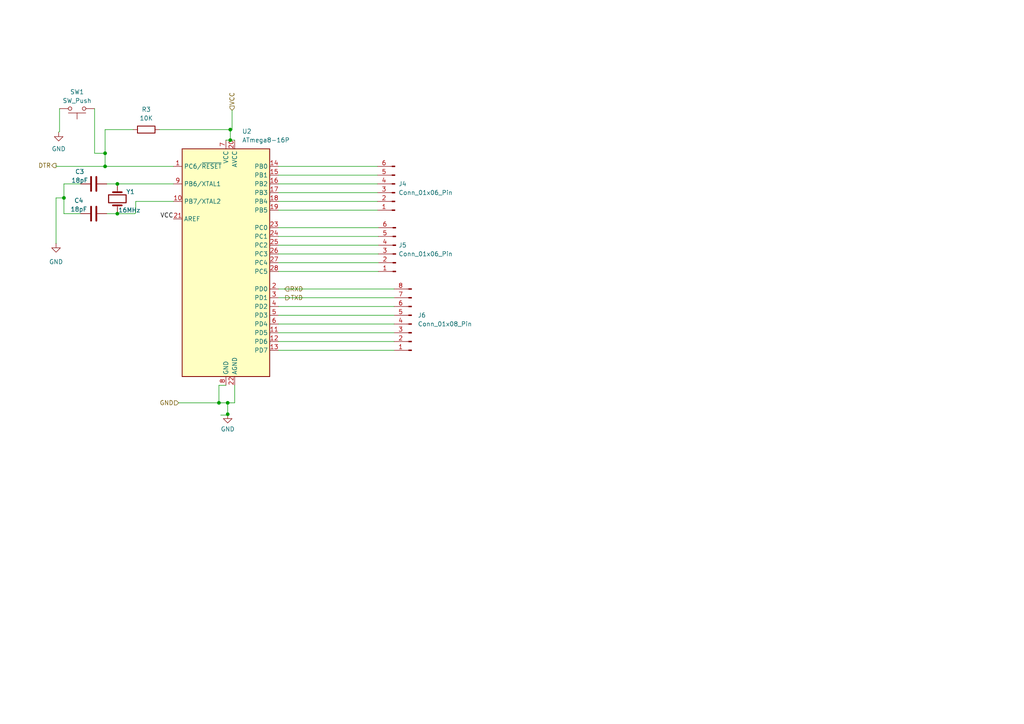
<source format=kicad_sch>
(kicad_sch (version 20250114) (generator "eeschema") (generator_version "9.0")
  (paper "A4")
  (lib_symbols
    (symbol "Connector:Conn_01x06_Pin" (pin_names (offset 1.016) (hide yes))
      (property "Reference" "J" (at 0 7.62 0))
      (property "Value" "Conn_01x06_Pin" (at 0 -10.16 0))
      (symbol "Conn_01x06_Pin_1_1"
        (rectangle (start 0.8636 5.207) (end 0 4.953) (stroke (width 0.1524)) (fill (type outline)))
        (rectangle (start 0.8636 2.667) (end 0 2.413) (stroke (width 0.1524)) (fill (type outline)))
        (rectangle (start 0.8636 0.127) (end 0 -0.127) (stroke (width 0.1524)) (fill (type outline)))
        (rectangle (start 0.8636 -2.413) (end 0 -2.667) (stroke (width 0.1524)) (fill (type outline)))
        (rectangle (start 0.8636 -4.953) (end 0 -5.207) (stroke (width 0.1524)) (fill (type outline)))
        (rectangle (start 0.8636 -7.493) (end 0 -7.747) (stroke (width 0.1524)) (fill (type outline)))
        (polyline (pts (xy 1.27 5.08) (xy 0.8636 5.08)) (stroke (width 0.1524)))
        (polyline (pts (xy 1.27 2.54) (xy 0.8636 2.54)) (stroke (width 0.1524)))
        (polyline (pts (xy 1.27 0) (xy 0.8636 0)) (stroke (width 0.1524)))
        (polyline (pts (xy 1.27 -2.54) (xy 0.8636 -2.54)) (stroke (width 0.1524)))
        (polyline (pts (xy 1.27 -5.08) (xy 0.8636 -5.08)) (stroke (width 0.1524)))
        (polyline (pts (xy 1.27 -7.62) (xy 0.8636 -7.62)) (stroke (width 0.1524)))
        (pin passive line (at 5.08 5.08 180) (length 3.81) (name "Pin_1") (number "1"))
        (pin passive line (at 5.08 2.54 180) (length 3.81) (name "Pin_2") (number "2"))
        (pin passive line (at 5.08 0 180) (length 3.81) (name "Pin_3") (number "3"))
        (pin passive line (at 5.08 -2.54 180) (length 3.81) (name "Pin_4") (number "4"))
        (pin passive line (at 5.08 -5.08 180) (length 3.81) (name "Pin_5") (number "5"))
        (pin passive line (at 5.08 -7.62 180) (length 3.81) (name "Pin_6") (number "6"))
      )
    )
    (symbol "Connector:Conn_01x08_Pin" (pin_names (offset 1.016) (hide yes))
      (property "Reference" "J" (at 0 10.16 0))
      (property "Value" "Conn_01x08_Pin" (at 0 -12.7 0))
      (symbol "Conn_01x08_Pin_1_1"
        (rectangle (start 0.8636 7.747) (end 0 7.493) (stroke (width 0.1524)) (fill (type outline)))
        (rectangle (start 0.8636 5.207) (end 0 4.953) (stroke (width 0.1524)) (fill (type outline)))
        (rectangle (start 0.8636 2.667) (end 0 2.413) (stroke (width 0.1524)) (fill (type outline)))
        (rectangle (start 0.8636 0.127) (end 0 -0.127) (stroke (width 0.1524)) (fill (type outline)))
        (rectangle (start 0.8636 -2.413) (end 0 -2.667) (stroke (width 0.1524)) (fill (type outline)))
        (rectangle (start 0.8636 -4.953) (end 0 -5.207) (stroke (width 0.1524)) (fill (type outline)))
        (rectangle (start 0.8636 -7.493) (end 0 -7.747) (stroke (width 0.1524)) (fill (type outline)))
        (rectangle (start 0.8636 -10.033) (end 0 -10.287) (stroke (width 0.1524)) (fill (type outline)))
        (polyline (pts (xy 1.27 7.62) (xy 0.8636 7.62)) (stroke (width 0.1524)))
        (polyline (pts (xy 1.27 5.08) (xy 0.8636 5.08)) (stroke (width 0.1524)))
        (polyline (pts (xy 1.27 2.54) (xy 0.8636 2.54)) (stroke (width 0.1524)))
        (polyline (pts (xy 1.27 0) (xy 0.8636 0)) (stroke (width 0.1524)))
        (polyline (pts (xy 1.27 -2.54) (xy 0.8636 -2.54)) (stroke (width 0.1524)))
        (polyline (pts (xy 1.27 -5.08) (xy 0.8636 -5.08)) (stroke (width 0.1524)))
        (polyline (pts (xy 1.27 -7.62) (xy 0.8636 -7.62)) (stroke (width 0.1524)))
        (polyline (pts (xy 1.27 -10.16) (xy 0.8636 -10.16)) (stroke (width 0.1524)))
        (pin passive line (at 5.08 7.62 180) (length 3.81) (name "Pin_1") (number "1"))
        (pin passive line (at 5.08 5.08 180) (length 3.81) (name "Pin_2") (number "2"))
        (pin passive line (at 5.08 2.54 180) (length 3.81) (name "Pin_3") (number "3"))
        (pin passive line (at 5.08 0 180) (length 3.81) (name "Pin_4") (number "4"))
        (pin passive line (at 5.08 -2.54 180) (length 3.81) (name "Pin_5") (number "5"))
        (pin passive line (at 5.08 -5.08 180) (length 3.81) (name "Pin_6") (number "6"))
        (pin passive line (at 5.08 -7.62 180) (length 3.81) (name "Pin_7") (number "7"))
        (pin passive line (at 5.08 -10.16 180) (length 3.81) (name "Pin_8") (number "8"))
      )
    )
    (symbol "Device:C" (pin_numbers (hide yes)) (pin_names (offset 0.254))
      (property "Reference" "C" (at 0.635 2.54 0))
      (property "Value" "C" (at 0.635 -2.54 0))
      (symbol "C_0_1"
        (polyline (pts (xy -2.032 0.762) (xy 2.032 0.762)) (stroke (width 0.508)))
        (polyline (pts (xy -2.032 -0.762) (xy 2.032 -0.762)) (stroke (width 0.508)))
      )
      (symbol "C_1_1"
        (pin passive line (at 0 3.81 270) (length 2.794) (name "~") (number "1"))
        (pin passive line (at 0 -3.81 90) (length 2.794) (name "~") (number "2"))
      )
    )
    (symbol "Device:Crystal" (pin_numbers (hide yes)) (pin_names (offset 1.016) (hide yes))
      (property "Reference" "Y" (at 0 3.81 0))
      (property "Value" "Crystal" (at 0 -3.81 0))
      (symbol "Crystal_0_1"
        (polyline (pts (xy -2.54 0) (xy -1.905 0)))
        (polyline (pts (xy -1.905 -1.27) (xy -1.905 1.27)) (stroke (width 0.508)))
        (rectangle (start -1.143 2.54) (end 1.143 -2.54) (stroke (width 0.3048)))
        (polyline (pts (xy 1.905 -1.27) (xy 1.905 1.27)) (stroke (width 0.508)))
        (polyline (pts (xy 2.54 0) (xy 1.905 0)))
      )
      (symbol "Crystal_1_1"
        (pin passive line (at -3.81 0 0) (length 1.27) (name "1") (number "1"))
        (pin passive line (at 3.81 0 180) (length 1.27) (name "2") (number "2"))
      )
    )
    (symbol "Device:R" (pin_numbers (hide yes)) (pin_names (offset 0))
      (property "Reference" "R" (at 2.032 0 90))
      (property "Value" "R" (at 0 0 90))
      (symbol "R_0_1"
        (rectangle (start -1.016 -2.54) (end 1.016 2.54) (stroke (width 0.254)))
      )
      (symbol "R_1_1"
        (pin passive line (at 0 3.81 270) (length 1.27) (name "~") (number "1"))
        (pin passive line (at 0 -3.81 90) (length 1.27) (name "~") (number "2"))
      )
    )
    (symbol "MCU_Microchip_ATmega:ATmega8-16P"
      (property "Reference" "U" (at -12.7 34.29 0))
      (property "Value" "ATmega8-16P" (at 5.08 -34.29 0))
      (symbol "ATmega8-16P_0_1"
        (rectangle (start -12.7 -33.02) (end 12.7 33.02) (stroke (width 0.254)) (fill (type background)))
      )
      (symbol "ATmega8-16P_1_1"
        (pin bidirectional line (at -15.24 27.94 0) (length 2.54) (name "PC6/~{RESET}") (number "1"))
        (pin bidirectional line (at -15.24 22.86 0) (length 2.54) (name "PB6/XTAL1") (number "9"))
        (pin bidirectional line (at -15.24 17.78 0) (length 2.54) (name "PB7/XTAL2") (number "10"))
        (pin passive line (at -15.24 12.7 0) (length 2.54) (name "AREF") (number "21"))
        (pin power_in line (at 0 35.56 270) (length 2.54) (name "VCC") (number "7"))
        (pin power_in line (at 0 -35.56 90) (length 2.54) (name "GND") (number "8"))
        (pin power_in line (at 2.54 35.56 270) (length 2.54) (name "AVCC") (number "20"))
        (pin power_in line (at 2.54 -35.56 90) (length 2.54) (name "AGND") (number "22"))
        (pin bidirectional line (at 15.24 27.94 180) (length 2.54) (name "PB0") (number "14"))
        (pin bidirectional line (at 15.24 25.4 180) (length 2.54) (name "PB1") (number "15"))
        (pin bidirectional line (at 15.24 22.86 180) (length 2.54) (name "PB2") (number "16"))
        (pin bidirectional line (at 15.24 20.32 180) (length 2.54) (name "PB3") (number "17"))
        (pin bidirectional line (at 15.24 17.78 180) (length 2.54) (name "PB4") (number "18"))
        (pin bidirectional line (at 15.24 15.24 180) (length 2.54) (name "PB5") (number "19"))
        (pin bidirectional line (at 15.24 10.16 180) (length 2.54) (name "PC0") (number "23"))
        (pin bidirectional line (at 15.24 7.62 180) (length 2.54) (name "PC1") (number "24"))
        (pin bidirectional line (at 15.24 5.08 180) (length 2.54) (name "PC2") (number "25"))
        (pin bidirectional line (at 15.24 2.54 180) (length 2.54) (name "PC3") (number "26"))
        (pin bidirectional line (at 15.24 0 180) (length 2.54) (name "PC4") (number "27"))
        (pin bidirectional line (at 15.24 -2.54 180) (length 2.54) (name "PC5") (number "28"))
        (pin bidirectional line (at 15.24 -7.62 180) (length 2.54) (name "PD0") (number "2"))
        (pin bidirectional line (at 15.24 -10.16 180) (length 2.54) (name "PD1") (number "3"))
        (pin bidirectional line (at 15.24 -12.7 180) (length 2.54) (name "PD2") (number "4"))
        (pin bidirectional line (at 15.24 -15.24 180) (length 2.54) (name "PD3") (number "5"))
        (pin bidirectional line (at 15.24 -17.78 180) (length 2.54) (name "PD4") (number "6"))
        (pin bidirectional line (at 15.24 -20.32 180) (length 2.54) (name "PD5") (number "11"))
        (pin bidirectional line (at 15.24 -22.86 180) (length 2.54) (name "PD6") (number "12"))
        (pin bidirectional line (at 15.24 -25.4 180) (length 2.54) (name "PD7") (number "13"))
      )
    )
    (symbol "Switch:SW_Push" (pin_numbers (hide yes)) (pin_names (offset 1.016) (hide yes))
      (property "Reference" "SW" (at 1.27 2.54 0))
      (property "Value" "SW_Push" (at 0 -1.524 0))
      (symbol "SW_Push_0_1"
        (circle (center -2.032 0) (radius 0.508))
        (polyline (pts (xy 0 1.27) (xy 0 3.048)))
        (circle (center 2.032 0) (radius 0.508))
        (polyline (pts (xy 2.54 1.27) (xy -2.54 1.27)))
        (pin passive line (at -5.08 0 0) (length 2.54) (name "1") (number "1"))
        (pin passive line (at 5.08 0 180) (length 2.54) (name "2") (number "2"))
      )
    )
    (symbol "power:GND" (power) (pin_numbers (hide yes)) (pin_names (offset 0) (hide yes))
      (property "Value" "GND" (at 0 -3.81 0))
      (symbol "GND_0_1"
        (polyline (pts (xy 0 0) (xy 0 -1.27) (xy 1.27 -1.27) (xy 0 -2.54) (xy -1.27 -1.27) (xy 0 -1.27)))
      )
      (symbol "GND_1_1"
        (pin power_in line (at 0 0 270) (length 0) (name "~") (number "1"))
      )
    )
  )
  (junction (at 66.802 37.592))
  (junction (at 34.036 53.34))
  (junction (at 66.04 116.84))
  (junction (at 30.48 44.45))
  (junction (at 63.5 116.84))
  (junction (at 18.542 57.404))
  (junction (at 34.036 61.976))
  (junction (at 66.802 40.64))
  (junction (at 30.48 48.26))
  (junction (at 66.04 120.142))
  (wire (pts (xy 80.772 96.52) (xy 114.3 96.52)))
  (wire (pts (xy 63.5 111.76) (xy 65.532 111.76)))
  (wire (pts (xy 80.772 91.44) (xy 114.3 91.44)))
  (wire (pts (xy 18.542 53.34) (xy 18.542 57.404)))
  (wire (pts (xy 66.04 116.84) (xy 66.04 120.142)))
  (wire (pts (xy 27.432 31.496) (xy 27.432 44.45)))
  (wire (pts (xy 16.256 48.006) (xy 16.51 48.26)))
  (wire (pts (xy 34.036 61.976) (xy 39.116 61.976)))
  (wire (pts (xy 80.772 88.9) (xy 114.3 88.9)))
  (wire (pts (xy 30.988 61.976) (xy 34.036 61.976)))
  (wire (pts (xy 66.04 120.396) (xy 64.008 120.396)))
  (wire (pts (xy 68.072 116.84) (xy 68.072 111.76)))
  (wire (pts (xy 66.802 37.592) (xy 67.31 37.592)))
  (wire (pts (xy 46.228 37.592) (xy 66.802 37.592)))
  (wire (pts (xy 80.772 53.34) (xy 109.474 53.34)))
  (wire (pts (xy 80.772 55.88) (xy 109.474 55.88)))
  (wire (pts (xy 80.772 76.2) (xy 109.728 76.2)))
  (wire (pts (xy 80.772 60.96) (xy 109.474 60.96)))
  (wire (pts (xy 80.772 78.74) (xy 109.728 78.74)))
  (wire (pts (xy 65.532 40.64) (xy 66.802 40.64)))
  (wire (pts (xy 18.542 57.404) (xy 18.542 61.976)))
  (wire (pts (xy 34.036 53.34) (xy 34.036 53.848)))
  (wire (pts (xy 39.37 58.42) (xy 50.292 58.42)))
  (wire (pts (xy 16.256 57.404) (xy 16.256 70.612)))
  (wire (pts (xy 66.802 37.592) (xy 66.802 40.64)))
  (wire (pts (xy 80.772 58.42) (xy 109.474 58.42)))
  (wire (pts (xy 27.432 44.45) (xy 30.48 44.45)))
  (wire (pts (xy 34.036 53.34) (xy 50.292 53.34)))
  (wire (pts (xy 30.48 37.592) (xy 38.608 37.592)))
  (wire (pts (xy 16.256 57.404) (xy 18.542 57.404)))
  (wire (pts (xy 80.772 73.66) (xy 109.728 73.66)))
  (wire (pts (xy 30.988 53.34) (xy 34.036 53.34)))
  (wire (pts (xy 80.772 83.82) (xy 114.3 83.82)))
  (wire (pts (xy 66.802 40.64) (xy 68.072 40.64)))
  (wire (pts (xy 30.48 44.45) (xy 30.48 48.26)))
  (wire (pts (xy 80.772 68.58) (xy 109.728 68.58)))
  (wire (pts (xy 34.036 61.468) (xy 34.036 61.976)))
  (wire (pts (xy 18.542 53.34) (xy 23.368 53.34)))
  (wire (pts (xy 30.48 37.592) (xy 30.48 44.45)))
  (wire (pts (xy 66.04 120.142) (xy 66.04 120.396)))
  (wire (pts (xy 16.51 48.26) (xy 30.48 48.26)))
  (wire (pts (xy 80.772 50.8) (xy 109.474 50.8)))
  (wire (pts (xy 39.116 61.976) (xy 39.37 61.722)))
  (wire (pts (xy 80.772 48.26) (xy 109.474 48.26)))
  (wire (pts (xy 80.772 66.04) (xy 109.728 66.04)))
  (wire (pts (xy 39.37 58.42) (xy 39.37 61.722)))
  (wire (pts (xy 63.5 111.76) (xy 63.5 116.84)))
  (wire (pts (xy 51.816 116.84) (xy 63.5 116.84)))
  (wire (pts (xy 66.04 116.84) (xy 68.072 116.84)))
  (wire (pts (xy 17.272 31.496) (xy 17.272 38.1)))
  (wire (pts (xy 80.772 99.06) (xy 114.3 99.06)))
  (wire (pts (xy 67.31 32.004) (xy 67.31 37.592)))
  (wire (pts (xy 23.368 61.976) (xy 18.542 61.976)))
  (wire (pts (xy 80.772 71.12) (xy 109.728 71.12)))
  (wire (pts (xy 17.272 38.1) (xy 17.018 38.354)))
  (wire (pts (xy 80.772 93.98) (xy 114.3 93.98)))
  (wire (pts (xy 80.772 101.6) (xy 114.3 101.6)))
  (wire (pts (xy 30.48 48.26) (xy 50.292 48.26)))
  (wire (pts (xy 63.5 116.84) (xy 66.04 116.84)))
  (wire (pts (xy 80.772 86.36) (xy 114.3 86.36)))
  (label "VCC" (at 50.292 63.5 180))
  (hierarchical_label "VCC" (shape input) (at 67.31 32.004 90))
  (hierarchical_label "RXD" (shape input) (at 82.55 83.82 0))
  (hierarchical_label "TXD" (shape output) (at 82.804 86.36 0))
  (hierarchical_label "GND" (shape input) (at 51.816 116.84 180))
  (hierarchical_label "DTR" (shape output) (at 16.256 48.006 180))
  (symbol (lib_id "power:GND") (at 17.018 38.354 0) (unit 1)
    (property "Reference" "#PWR08" (effects (hide yes)))
    (property "Value" "GND" (at 17.018 43.18 0))
    (property "Description" "Power symbol creates a global label with name \"GND\" , ground" (effects (hide yes)))
  )
  (symbol (lib_id "Device:R") (at 42.418 37.592 90) (unit 1)
    (property "Reference" "R3" (at 42.418 31.75 90))
    (property "Value" "10K" (at 42.418 34.29 90))
    (property "Footprint" "Resistor_THT:R_Axial_DIN0207_L6.3mm_D2.5mm_P7.62mm_Horizontal" (effects (hide yes)))
    (property "Description" "Resistor" (effects (hide yes)))
  )
  (symbol (lib_id "power:GND") (at 16.256 70.612 0) (unit 1)
    (property "Reference" "#PWR07" (effects (hide yes)))
    (property "Value" "GND" (at 16.256 75.946 0))
    (property "Description" "Power symbol creates a global label with name \"GND\" , ground" (effects (hide yes)))
  )
  (symbol (lib_id "Connector:Conn_01x08_Pin") (at 119.38 93.98 180) (unit 1)
    (property "Reference" "J6" (at 121.158 91.4399 0) (effects (justify right)))
    (property "Value" "Conn_01x08_Pin" (at 121.158 93.9799 0) (effects (justify right)))
    (property "Footprint" "Connector_PinHeader_1.27mm:PinHeader_1x08_P1.27mm_Vertical" (effects (hide yes)))
    (property "Description" "Generic connector, single row, 01x08, script generated" (effects (hide yes)))
  )
  (symbol (lib_id "Switch:SW_Push") (at 22.352 31.496 180) (unit 1)
    (property "Reference" "SW1" (at 22.352 26.67 0))
    (property "Value" "SW_Push" (at 22.352 29.21 0))
    (property "Footprint" "Button_Switch_THT:SW_TH_Tactile_Omron_B3F-10xx" (effects (hide yes)))
    (property "Description" "Push button switch, generic, two pins" (effects (hide yes)))
  )
  (symbol (lib_id "Connector:Conn_01x06_Pin") (at 114.554 55.88 180) (unit 1)
    (property "Reference" "J4" (at 115.57 53.3399 0) (effects (justify right)))
    (property "Value" "Conn_01x06_Pin" (at 115.57 55.8799 0) (effects (justify right)))
    (property "Footprint" "Connector_PinHeader_1.27mm:PinHeader_1x06_P1.27mm_Vertical" (effects (hide yes)))
    (property "Description" "Generic connector, single row, 01x06, script generated" (effects (hide yes)))
  )
  (symbol (lib_id "Device:C") (at 27.178 61.976 90) (unit 1)
    (property "Reference" "C4" (at 22.86 58.166 90))
    (property "Value" "18pF" (at 22.86 60.706 90))
    (property "Footprint" "Capacitor_THT:C_Disc_D3.0mm_W1.6mm_P2.50mm" (effects (hide yes)))
    (property "Description" "Unpolarized capacitor" (effects (hide yes)))
  )
  (symbol (lib_id "MCU_Microchip_ATmega:ATmega8-16P") (at 65.532 76.2 0) (unit 1)
    (property "Reference" "U2" (at 70.2153 38.1 0) (effects (justify left)))
    (property "Value" "ATmega8-16P" (at 70.2153 40.64 0) (effects (justify left)))
    (property "Footprint" "Socket:DIP_Socket-28_W6.9_W7.62_W10.16_W12.7_W13.5_3M_228-4817-00-0602J" (effects (hide yes)))
    (property "Datasheet" "http://ww1.microchip.com/downloads/en/DeviceDoc/atmel-2486-8-bit-avr-microcontroller-atmega8_l_datasheet.pdf" (effects (hide yes)))
    (property "Description" "16MHz, 8kB Flash, 1kB SRAM, 512B EEPROM, DIP-28" (effects (hide yes)))
  )
  (symbol (lib_id "Device:C") (at 27.178 53.34 90) (unit 1)
    (property "Reference" "C3" (at 23.114 49.784 90))
    (property "Value" "18pF" (at 23.114 52.324 90))
    (property "Footprint" "Capacitor_THT:C_Disc_D3.0mm_W1.6mm_P2.50mm" (effects (hide yes)))
    (property "Description" "Unpolarized capacitor" (effects (hide yes)))
  )
  (symbol (lib_id "Connector:Conn_01x06_Pin") (at 114.808 73.66 180) (unit 1)
    (property "Reference" "J5" (at 115.57 71.1199 0) (effects (justify right)))
    (property "Value" "Conn_01x06_Pin" (at 115.57 73.6599 0) (effects (justify right)))
    (property "Footprint" "Connector_PinHeader_1.27mm:PinHeader_1x06_P1.27mm_Vertical" (effects (hide yes)))
    (property "Description" "Generic connector, single row, 01x06, script generated" (effects (hide yes)))
  )
  (symbol (lib_id "Device:Crystal") (at 34.036 57.658 270) (unit 1)
    (property "Reference" "Y1" (at 36.576 55.626 90) (effects (justify left)))
    (property "Value" "16MHz" (at 34.29 60.96 90) (effects (justify left)))
    (property "Footprint" "Crystal:Crystal_HC18-U_Vertical" (effects (hide yes)))
    (property "Description" "Two pin crystal" (effects (hide yes)))
  )
  (symbol (lib_id "power:GND") (at 66.04 120.142 0) (unit 1)
    (property "Reference" "#PWR06" (effects (hide yes)))
    (property "Value" "GND" (at 66.04 124.46 0))
    (property "Description" "Power symbol creates a global label with name \"GND\" , ground" (effects (hide yes)))
  )
)
</source>
